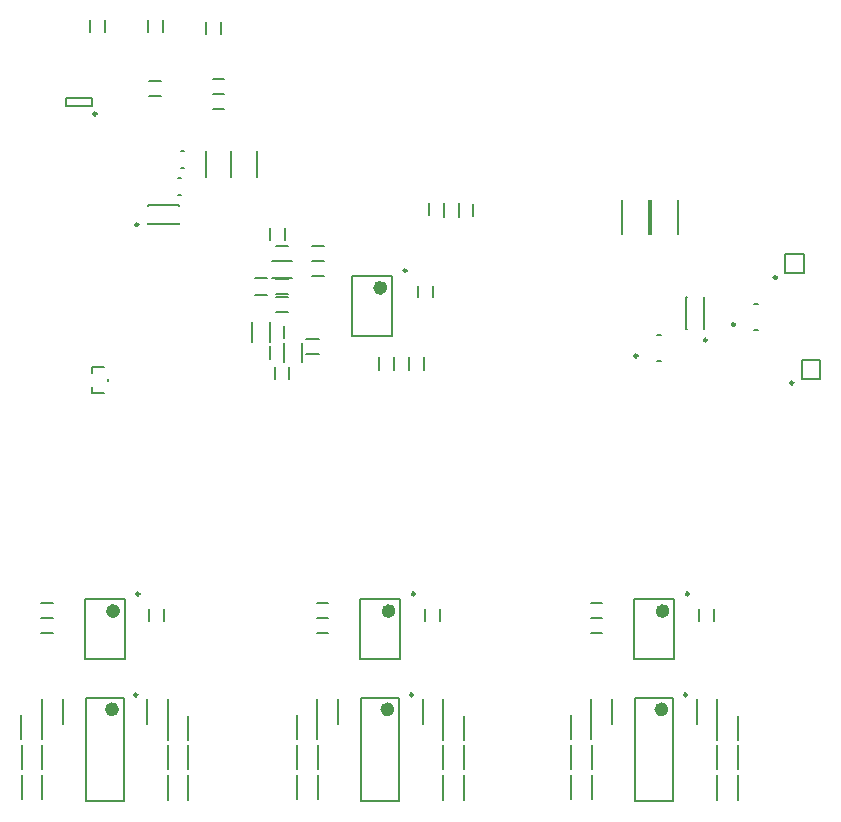
<source format=gbo>
G04*
G04 #@! TF.GenerationSoftware,Altium Limited,Altium Designer,24.4.1 (13)*
G04*
G04 Layer_Color=32896*
%FSLAX44Y44*%
%MOMM*%
G71*
G04*
G04 #@! TF.SameCoordinates,D7575A33-01EC-4171-9A11-0C774D8D2981*
G04*
G04*
G04 #@! TF.FilePolarity,Positive*
G04*
G01*
G75*
%ADD10C,0.6000*%
%ADD11C,0.2500*%
%ADD15C,0.2000*%
D10*
X351500Y646250D02*
G03*
X351500Y646250I-3000J0D01*
G01*
X357500Y289250D02*
G03*
X357500Y289250I-3000J0D01*
G01*
X358500Y372500D02*
G03*
X358500Y372500I-3000J0D01*
G01*
X125250Y372500D02*
G03*
X125250Y372500I-3000J0D01*
G01*
X124250Y289250D02*
G03*
X124250Y289250I-3000J0D01*
G01*
X590500Y372500D02*
G03*
X590500Y372500I-3000J0D01*
G01*
X589500Y289250D02*
G03*
X589500Y289250I-3000J0D01*
G01*
D11*
X108250Y793500D02*
G03*
X108250Y793500I-1250J0D01*
G01*
X566250Y588500D02*
G03*
X566250Y588500I-1250J0D01*
G01*
X370750Y660750D02*
G03*
X370750Y660750I-1250J0D01*
G01*
X143639Y699689D02*
G03*
X143639Y699689I-1250J0D01*
G01*
X376000Y301600D02*
G03*
X376000Y301600I-1250J0D01*
G01*
X377750Y387000D02*
G03*
X377750Y387000I-1250J0D01*
G01*
X625061Y601889D02*
G03*
X625061Y601889I-1250J0D01*
G01*
X144500Y387000D02*
G03*
X144500Y387000I-1250J0D01*
G01*
X142750Y301600D02*
G03*
X142750Y301600I-1250J0D01*
G01*
X609750Y387000D02*
G03*
X609750Y387000I-1250J0D01*
G01*
X608000Y301600D02*
G03*
X608000Y301600I-1250J0D01*
G01*
X648750Y615250D02*
G03*
X648750Y615250I-1250J0D01*
G01*
X698187Y565650D02*
G03*
X698187Y565650I-1250J0D01*
G01*
X684250Y654900D02*
G03*
X684250Y654900I-1250J0D01*
G01*
D15*
X82250Y806750D02*
X104250D01*
X82250Y799750D02*
X104250D01*
X82250D02*
Y806750D01*
X104250Y799750D02*
Y806750D01*
X582500Y606000D02*
X586000D01*
X582500Y584000D02*
X586000D01*
X242747Y654250D02*
X252747D01*
X242747Y639750D02*
X252747D01*
X260100Y640750D02*
X270600D01*
X260100Y653250D02*
X270600D01*
X118250Y567600D02*
Y568900D01*
X104750Y557250D02*
X114250D01*
X104750Y574100D02*
Y579250D01*
Y557250D02*
Y562400D01*
Y579250D02*
X114250D01*
X358500Y605250D02*
Y656250D01*
X324500Y605250D02*
Y656250D01*
X358500D01*
X324500Y605250D02*
X358500D01*
X291000Y656150D02*
X301000D01*
X291000Y668850D02*
X301000D01*
X151500Y715700D02*
Y716500D01*
X178500D01*
Y715700D02*
Y716500D01*
X151500Y700500D02*
Y701300D01*
Y700500D02*
X178500D01*
Y701300D01*
X206448Y797401D02*
X216448D01*
X206448Y810101D02*
X216448D01*
X206448Y810151D02*
X216448D01*
X206448Y822851D02*
X216448D01*
X152948Y821351D02*
X162948D01*
X152948Y808651D02*
X162948D01*
X222250Y740000D02*
Y762000D01*
X243750Y740000D02*
Y762000D01*
X200750Y740000D02*
Y762000D01*
X222250Y740000D02*
Y762000D01*
X179500Y747916D02*
X182000D01*
X179500Y762417D02*
X182000D01*
X177000Y739417D02*
X179500D01*
X177000Y724917D02*
X179500D01*
X164600Y862750D02*
Y872750D01*
X151900Y862750D02*
Y872750D01*
X115100Y862750D02*
Y872750D01*
X102400Y862750D02*
Y872750D01*
X285850Y602750D02*
X296350D01*
X285850Y590250D02*
X296350D01*
X360250Y577000D02*
Y587500D01*
X372750Y577000D02*
Y587500D01*
X347750Y576500D02*
Y588000D01*
X360250Y576500D02*
Y588000D01*
X239988Y600638D02*
Y617362D01*
X254713Y600638D02*
Y617362D01*
X256697Y669112D02*
X273421D01*
X256697Y654388D02*
X273421D01*
X427250Y707000D02*
Y717500D01*
X414750Y707000D02*
Y717500D01*
X575956Y691500D02*
Y720562D01*
X553394Y691500D02*
Y720562D01*
X600456Y691500D02*
Y720562D01*
X577893Y691500D02*
Y720562D01*
X526500Y379600D02*
X536500D01*
X526500Y366900D02*
X536500D01*
X386150Y364500D02*
Y374500D01*
X398850Y364500D02*
Y374500D01*
X294500Y366850D02*
X304500D01*
X294500Y354150D02*
X304500D01*
X312750Y277309D02*
Y297891D01*
X295250Y277309D02*
Y297891D01*
X295250Y264059D02*
Y284641D01*
X277750Y264059D02*
Y284641D01*
X278001Y213059D02*
Y233641D01*
X295501Y213059D02*
Y233641D01*
Y238559D02*
Y259141D01*
X278001Y238559D02*
Y259141D01*
X401750Y212808D02*
Y233390D01*
X419250Y212808D02*
Y233390D01*
X419250Y238451D02*
Y259033D01*
X401750Y238451D02*
Y259033D01*
Y277309D02*
Y297891D01*
X384250Y277309D02*
Y297891D01*
X419250Y263059D02*
Y283641D01*
X401750Y263059D02*
Y283641D01*
X364500Y211500D02*
Y299000D01*
X332500Y211500D02*
Y299000D01*
X364500D01*
X332500Y211500D02*
X364500D01*
X365500Y331500D02*
Y382500D01*
X331501Y331500D02*
Y382500D01*
X365500D01*
X331501Y331500D02*
X365500D01*
X294500Y379600D02*
X304500D01*
X294500Y366900D02*
X304500D01*
X61250Y379600D02*
X71250D01*
X61250Y366900D02*
X71250D01*
X622200Y638000D02*
X623000D01*
Y611000D02*
Y638000D01*
X622200Y611000D02*
X623000D01*
X607000Y638000D02*
X607800D01*
X607000Y611000D02*
Y638000D01*
Y611000D02*
X607800D01*
X132250Y331500D02*
Y382500D01*
X98250Y331500D02*
Y382500D01*
X132250D01*
X98250Y331500D02*
X132250D01*
X131250Y211500D02*
Y299000D01*
X99250Y211500D02*
Y299000D01*
X131250D01*
X99250Y211500D02*
X131250D01*
X186000Y263059D02*
Y283641D01*
X168500Y263059D02*
Y283641D01*
Y277309D02*
Y297891D01*
X151000Y277309D02*
Y297891D01*
X186000Y238450D02*
Y259032D01*
X168500Y238450D02*
Y259032D01*
Y212809D02*
Y233391D01*
X186000Y212809D02*
Y233391D01*
X62250Y238559D02*
Y259141D01*
X44750Y238559D02*
Y259141D01*
Y213059D02*
Y233641D01*
X62250Y213059D02*
Y233641D01*
X62000Y264059D02*
Y284641D01*
X44500Y264059D02*
Y284641D01*
X79500Y277309D02*
Y297891D01*
X62000Y277309D02*
Y297891D01*
X61250Y366850D02*
X71250D01*
X61250Y354150D02*
X71250D01*
X152900Y364500D02*
Y374500D01*
X165600Y364500D02*
Y374500D01*
X254850Y586250D02*
Y596750D01*
X267350Y586250D02*
Y596750D01*
X255250Y686500D02*
Y697000D01*
X267750Y686500D02*
Y697000D01*
X389750Y707500D02*
Y718000D01*
X402250Y707500D02*
Y718000D01*
X385250Y577000D02*
Y587500D01*
X372750Y577000D02*
Y587500D01*
X259000Y569000D02*
Y579500D01*
X271500Y569000D02*
Y579500D01*
X267238Y583138D02*
Y599862D01*
X281963Y583138D02*
Y599862D01*
X254713Y603709D02*
Y614209D01*
X267213Y603709D02*
Y614209D01*
X392850Y638000D02*
Y648000D01*
X380150Y638000D02*
Y648000D01*
X402250Y706500D02*
Y718000D01*
X414750Y706500D02*
Y718000D01*
X260350Y638350D02*
X270350D01*
X260350Y625650D02*
X270350D01*
X201098Y861500D02*
Y871500D01*
X213798Y861500D02*
Y871500D01*
X597500Y331500D02*
Y382500D01*
X563500Y331500D02*
Y382500D01*
X597500D01*
X563500Y331500D02*
X597500D01*
X596500Y211500D02*
Y299000D01*
X564500Y211500D02*
Y299000D01*
X596500D01*
X564500Y211500D02*
X596500D01*
X651250Y263059D02*
Y283641D01*
X633750Y263059D02*
Y283641D01*
X633750Y277309D02*
Y297891D01*
X616250Y277309D02*
Y297891D01*
X651250Y238451D02*
Y259033D01*
X633750Y238451D02*
Y259033D01*
Y212809D02*
Y233391D01*
X651250Y212809D02*
Y233391D01*
X527500Y238559D02*
Y259141D01*
X510000Y238559D02*
Y259141D01*
Y213059D02*
Y233641D01*
X527500Y213059D02*
Y233641D01*
X527249Y264059D02*
Y284641D01*
X509750Y264059D02*
Y284641D01*
X544749Y277309D02*
Y297891D01*
X527250Y277309D02*
Y297891D01*
X526500Y366850D02*
X536500D01*
X526500Y354150D02*
X536500D01*
X618150Y364500D02*
Y374500D01*
X630850Y364500D02*
Y374500D01*
X259809Y681500D02*
X270309D01*
X259809Y669000D02*
X270309D01*
X291000Y681600D02*
X301000D01*
X291000Y668900D02*
X301000D01*
X665000Y610750D02*
X668500D01*
X665000Y632751D02*
X668500D01*
X705487Y569250D02*
Y585250D01*
Y569250D02*
X721087D01*
X705487Y585250D02*
X721087D01*
Y569250D02*
Y585250D01*
X691550Y658500D02*
Y674500D01*
Y658500D02*
X707150D01*
X691550Y674500D02*
X707150D01*
Y658500D02*
Y674500D01*
M02*

</source>
